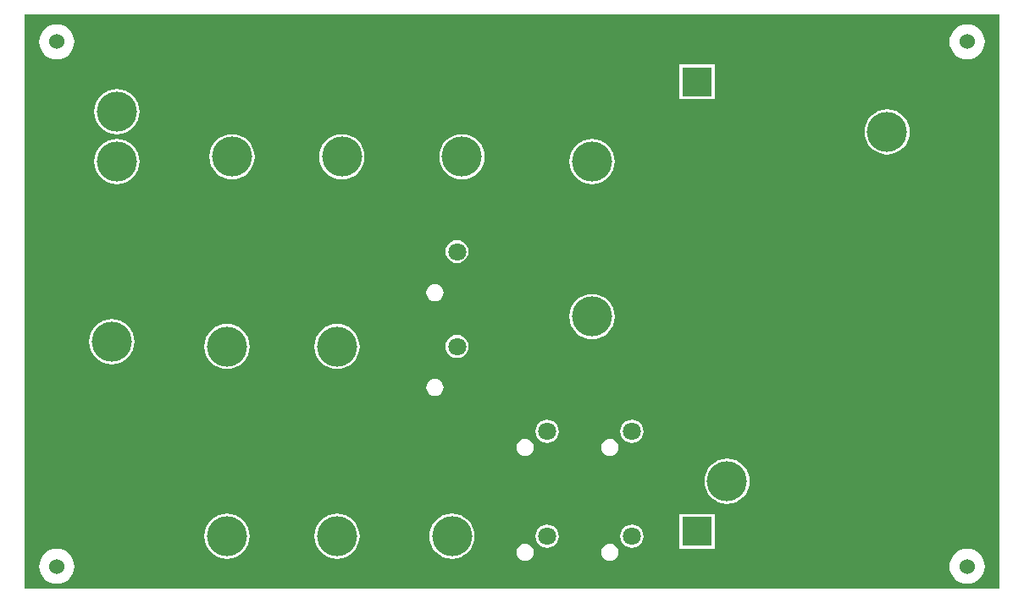
<source format=gbl>
G04 Layer_Physical_Order=2*
G04 Layer_Color=11436288*
%FSLAX24Y24*%
%MOIN*%
G70*
G01*
G75*
%ADD16C,0.1575*%
%ADD17C,0.0600*%
%ADD18C,0.0709*%
%ADD19R,0.1181X0.1181*%
G36*
X48126Y37504D02*
X9748D01*
Y60134D01*
X48126D01*
Y37504D01*
D02*
G37*
%LPC*%
G36*
X37402Y42624D02*
X37228Y42607D01*
X37060Y42556D01*
X36906Y42474D01*
X36771Y42363D01*
X36660Y42228D01*
X36578Y42074D01*
X36527Y41906D01*
X36510Y41732D01*
X36527Y41558D01*
X36578Y41391D01*
X36660Y41237D01*
X36771Y41102D01*
X36906Y40991D01*
X37060Y40908D01*
X37228Y40858D01*
X37402Y40841D01*
X37576Y40858D01*
X37743Y40908D01*
X37897Y40991D01*
X38032Y41102D01*
X38143Y41237D01*
X38225Y41391D01*
X38276Y41558D01*
X38293Y41732D01*
X38276Y41906D01*
X38225Y42074D01*
X38143Y42228D01*
X38032Y42363D01*
X37897Y42474D01*
X37743Y42556D01*
X37576Y42607D01*
X37402Y42624D01*
D02*
G37*
G36*
X29449Y43410D02*
X29361Y43398D01*
X29279Y43365D01*
X29209Y43311D01*
X29155Y43240D01*
X29121Y43159D01*
X29110Y43071D01*
X29121Y42983D01*
X29155Y42901D01*
X29209Y42831D01*
X29279Y42777D01*
X29361Y42743D01*
X29449Y42732D01*
X29537Y42743D01*
X29618Y42777D01*
X29689Y42831D01*
X29743Y42901D01*
X29776Y42983D01*
X29788Y43071D01*
X29776Y43159D01*
X29743Y43240D01*
X29689Y43311D01*
X29618Y43365D01*
X29537Y43398D01*
X29449Y43410D01*
D02*
G37*
G36*
X30315Y40025D02*
X30196Y40010D01*
X30086Y39964D01*
X29991Y39891D01*
X29918Y39796D01*
X29872Y39686D01*
X29857Y39567D01*
X29872Y39448D01*
X29918Y39338D01*
X29991Y39243D01*
X30086Y39170D01*
X30196Y39124D01*
X30315Y39109D01*
X30434Y39124D01*
X30544Y39170D01*
X30639Y39243D01*
X30712Y39338D01*
X30758Y39448D01*
X30773Y39567D01*
X30758Y39686D01*
X30712Y39796D01*
X30639Y39891D01*
X30544Y39964D01*
X30434Y40010D01*
X30315Y40025D01*
D02*
G37*
G36*
X33661D02*
X33543Y40010D01*
X33432Y39964D01*
X33337Y39891D01*
X33265Y39796D01*
X33219Y39686D01*
X33203Y39567D01*
X33219Y39448D01*
X33265Y39338D01*
X33337Y39243D01*
X33432Y39170D01*
X33543Y39124D01*
X33661Y39109D01*
X33780Y39124D01*
X33891Y39170D01*
X33985Y39243D01*
X34058Y39338D01*
X34104Y39448D01*
X34120Y39567D01*
X34104Y39686D01*
X34058Y39796D01*
X33985Y39891D01*
X33891Y39964D01*
X33780Y40010D01*
X33661Y40025D01*
D02*
G37*
G36*
Y44159D02*
X33543Y44143D01*
X33432Y44098D01*
X33337Y44025D01*
X33265Y43930D01*
X33219Y43819D01*
X33203Y43701D01*
X33219Y43582D01*
X33265Y43472D01*
X33337Y43377D01*
X33432Y43304D01*
X33543Y43258D01*
X33661Y43243D01*
X33780Y43258D01*
X33891Y43304D01*
X33985Y43377D01*
X34058Y43472D01*
X34104Y43582D01*
X34120Y43701D01*
X34104Y43819D01*
X34058Y43930D01*
X33985Y44025D01*
X33891Y44098D01*
X33780Y44143D01*
X33661Y44159D01*
D02*
G37*
G36*
X25906Y45772D02*
X25818Y45761D01*
X25736Y45727D01*
X25666Y45673D01*
X25612Y45603D01*
X25578Y45521D01*
X25566Y45433D01*
X25578Y45345D01*
X25612Y45264D01*
X25666Y45193D01*
X25736Y45139D01*
X25818Y45106D01*
X25906Y45094D01*
X25993Y45106D01*
X26075Y45139D01*
X26145Y45193D01*
X26199Y45264D01*
X26233Y45345D01*
X26245Y45433D01*
X26233Y45521D01*
X26199Y45603D01*
X26145Y45673D01*
X26075Y45727D01*
X25993Y45761D01*
X25906Y45772D01*
D02*
G37*
G36*
X32795Y43410D02*
X32708Y43398D01*
X32626Y43365D01*
X32555Y43311D01*
X32502Y43240D01*
X32468Y43159D01*
X32456Y43071D01*
X32468Y42983D01*
X32502Y42901D01*
X32555Y42831D01*
X32626Y42777D01*
X32708Y42743D01*
X32795Y42732D01*
X32883Y42743D01*
X32965Y42777D01*
X33035Y42831D01*
X33089Y42901D01*
X33123Y42983D01*
X33134Y43071D01*
X33123Y43159D01*
X33089Y43240D01*
X33035Y43311D01*
X32965Y43365D01*
X32883Y43398D01*
X32795Y43410D01*
D02*
G37*
G36*
X30315Y44159D02*
X30196Y44143D01*
X30086Y44098D01*
X29991Y44025D01*
X29918Y43930D01*
X29872Y43819D01*
X29857Y43701D01*
X29872Y43582D01*
X29918Y43472D01*
X29991Y43377D01*
X30086Y43304D01*
X30196Y43258D01*
X30315Y43243D01*
X30434Y43258D01*
X30544Y43304D01*
X30639Y43377D01*
X30712Y43472D01*
X30758Y43582D01*
X30773Y43701D01*
X30758Y43819D01*
X30712Y43930D01*
X30639Y44025D01*
X30544Y44098D01*
X30434Y44143D01*
X30315Y44159D01*
D02*
G37*
G36*
X29449Y39276D02*
X29361Y39265D01*
X29279Y39231D01*
X29209Y39177D01*
X29155Y39107D01*
X29121Y39025D01*
X29110Y38937D01*
X29121Y38849D01*
X29155Y38767D01*
X29209Y38697D01*
X29279Y38643D01*
X29361Y38609D01*
X29449Y38598D01*
X29537Y38609D01*
X29618Y38643D01*
X29689Y38697D01*
X29743Y38767D01*
X29776Y38849D01*
X29788Y38937D01*
X29776Y39025D01*
X29743Y39107D01*
X29689Y39177D01*
X29618Y39231D01*
X29537Y39265D01*
X29449Y39276D01*
D02*
G37*
G36*
X32795D02*
X32708Y39265D01*
X32626Y39231D01*
X32555Y39177D01*
X32502Y39107D01*
X32468Y39025D01*
X32456Y38937D01*
X32468Y38849D01*
X32502Y38767D01*
X32555Y38697D01*
X32626Y38643D01*
X32708Y38609D01*
X32795Y38598D01*
X32883Y38609D01*
X32965Y38643D01*
X33035Y38697D01*
X33089Y38767D01*
X33123Y38849D01*
X33134Y38937D01*
X33123Y39025D01*
X33089Y39107D01*
X33035Y39177D01*
X32965Y39231D01*
X32883Y39265D01*
X32795Y39276D01*
D02*
G37*
G36*
X11024Y39080D02*
X10888Y39066D01*
X10758Y39027D01*
X10638Y38963D01*
X10533Y38876D01*
X10447Y38771D01*
X10383Y38651D01*
X10343Y38521D01*
X10330Y38386D01*
X10343Y38250D01*
X10383Y38120D01*
X10447Y38000D01*
X10533Y37895D01*
X10638Y37809D01*
X10758Y37745D01*
X10888Y37705D01*
X11024Y37692D01*
X11159Y37705D01*
X11289Y37745D01*
X11409Y37809D01*
X11514Y37895D01*
X11601Y38000D01*
X11665Y38120D01*
X11704Y38250D01*
X11718Y38386D01*
X11704Y38521D01*
X11665Y38651D01*
X11601Y38771D01*
X11514Y38876D01*
X11409Y38963D01*
X11289Y39027D01*
X11159Y39066D01*
X11024Y39080D01*
D02*
G37*
G36*
X46850D02*
X46715Y39066D01*
X46585Y39027D01*
X46465Y38963D01*
X46360Y38876D01*
X46273Y38771D01*
X46209Y38651D01*
X46170Y38521D01*
X46157Y38386D01*
X46170Y38250D01*
X46209Y38120D01*
X46273Y38000D01*
X46360Y37895D01*
X46465Y37809D01*
X46585Y37745D01*
X46715Y37705D01*
X46850Y37692D01*
X46986Y37705D01*
X47116Y37745D01*
X47236Y37809D01*
X47341Y37895D01*
X47427Y38000D01*
X47491Y38120D01*
X47531Y38250D01*
X47544Y38386D01*
X47531Y38521D01*
X47491Y38651D01*
X47427Y38771D01*
X47341Y38876D01*
X47236Y38963D01*
X47116Y39027D01*
X46986Y39066D01*
X46850Y39080D01*
D02*
G37*
G36*
X26575Y40459D02*
X26401Y40441D01*
X26234Y40391D01*
X26079Y40308D01*
X25944Y40197D01*
X25833Y40062D01*
X25751Y39908D01*
X25700Y39741D01*
X25683Y39567D01*
X25700Y39393D01*
X25751Y39226D01*
X25833Y39072D01*
X25944Y38936D01*
X26079Y38826D01*
X26234Y38743D01*
X26401Y38692D01*
X26575Y38675D01*
X26749Y38692D01*
X26916Y38743D01*
X27070Y38826D01*
X27205Y38936D01*
X27316Y39072D01*
X27399Y39226D01*
X27449Y39393D01*
X27466Y39567D01*
X27449Y39741D01*
X27399Y39908D01*
X27316Y40062D01*
X27205Y40197D01*
X27070Y40308D01*
X26916Y40391D01*
X26749Y40441D01*
X26575Y40459D01*
D02*
G37*
G36*
X36911Y40454D02*
X35530D01*
Y39073D01*
X36911D01*
Y40454D01*
D02*
G37*
G36*
X17717Y40459D02*
X17543Y40441D01*
X17375Y40391D01*
X17221Y40308D01*
X17086Y40197D01*
X16975Y40062D01*
X16893Y39908D01*
X16842Y39741D01*
X16825Y39567D01*
X16842Y39393D01*
X16893Y39226D01*
X16975Y39072D01*
X17086Y38936D01*
X17221Y38826D01*
X17375Y38743D01*
X17543Y38692D01*
X17717Y38675D01*
X17890Y38692D01*
X18058Y38743D01*
X18212Y38826D01*
X18347Y38936D01*
X18458Y39072D01*
X18540Y39226D01*
X18591Y39393D01*
X18608Y39567D01*
X18591Y39741D01*
X18540Y39908D01*
X18458Y40062D01*
X18347Y40197D01*
X18212Y40308D01*
X18058Y40391D01*
X17890Y40441D01*
X17717Y40459D01*
D02*
G37*
G36*
X22047D02*
X21873Y40441D01*
X21706Y40391D01*
X21552Y40308D01*
X21417Y40197D01*
X21306Y40062D01*
X21223Y39908D01*
X21173Y39741D01*
X21156Y39567D01*
X21173Y39393D01*
X21223Y39226D01*
X21306Y39072D01*
X21417Y38936D01*
X21552Y38826D01*
X21706Y38743D01*
X21873Y38692D01*
X22047Y38675D01*
X22221Y38692D01*
X22388Y38743D01*
X22543Y38826D01*
X22678Y38936D01*
X22789Y39072D01*
X22871Y39226D01*
X22922Y39393D01*
X22939Y39567D01*
X22922Y39741D01*
X22871Y39908D01*
X22789Y40062D01*
X22678Y40197D01*
X22543Y40308D01*
X22388Y40391D01*
X22221Y40441D01*
X22047Y40459D01*
D02*
G37*
G36*
X26969Y55419D02*
X26795Y55402D01*
X26627Y55351D01*
X26473Y55269D01*
X26338Y55158D01*
X26227Y55023D01*
X26145Y54869D01*
X26094Y54702D01*
X26077Y54528D01*
X26094Y54354D01*
X26145Y54186D01*
X26227Y54032D01*
X26338Y53897D01*
X26473Y53786D01*
X26627Y53704D01*
X26795Y53653D01*
X26969Y53636D01*
X27142Y53653D01*
X27310Y53704D01*
X27464Y53786D01*
X27599Y53897D01*
X27710Y54032D01*
X27792Y54186D01*
X27843Y54354D01*
X27860Y54528D01*
X27843Y54702D01*
X27792Y54869D01*
X27710Y55023D01*
X27599Y55158D01*
X27464Y55269D01*
X27310Y55351D01*
X27142Y55402D01*
X26969Y55419D01*
D02*
G37*
G36*
X43701Y56404D02*
X43527Y56386D01*
X43360Y56336D01*
X43205Y56253D01*
X43070Y56142D01*
X42959Y56007D01*
X42877Y55853D01*
X42826Y55686D01*
X42809Y55512D01*
X42826Y55338D01*
X42877Y55171D01*
X42959Y55016D01*
X43070Y54881D01*
X43205Y54770D01*
X43360Y54688D01*
X43527Y54637D01*
X43701Y54620D01*
X43875Y54637D01*
X44042Y54688D01*
X44196Y54770D01*
X44331Y54881D01*
X44442Y55016D01*
X44525Y55171D01*
X44575Y55338D01*
X44592Y55512D01*
X44575Y55686D01*
X44525Y55853D01*
X44442Y56007D01*
X44331Y56142D01*
X44196Y56253D01*
X44042Y56336D01*
X43875Y56386D01*
X43701Y56404D01*
D02*
G37*
G36*
X17913Y55419D02*
X17739Y55402D01*
X17572Y55351D01*
X17418Y55269D01*
X17283Y55158D01*
X17172Y55023D01*
X17090Y54869D01*
X17039Y54702D01*
X17022Y54528D01*
X17039Y54354D01*
X17090Y54186D01*
X17172Y54032D01*
X17283Y53897D01*
X17418Y53786D01*
X17572Y53704D01*
X17739Y53653D01*
X17913Y53636D01*
X18087Y53653D01*
X18255Y53704D01*
X18409Y53786D01*
X18544Y53897D01*
X18655Y54032D01*
X18737Y54186D01*
X18788Y54354D01*
X18805Y54528D01*
X18788Y54702D01*
X18737Y54869D01*
X18655Y55023D01*
X18544Y55158D01*
X18409Y55269D01*
X18255Y55351D01*
X18087Y55402D01*
X17913Y55419D01*
D02*
G37*
G36*
X22244D02*
X22070Y55402D01*
X21903Y55351D01*
X21749Y55269D01*
X21614Y55158D01*
X21503Y55023D01*
X21420Y54869D01*
X21370Y54702D01*
X21352Y54528D01*
X21370Y54354D01*
X21420Y54186D01*
X21503Y54032D01*
X21614Y53897D01*
X21749Y53786D01*
X21903Y53704D01*
X22070Y53653D01*
X22244Y53636D01*
X22418Y53653D01*
X22585Y53704D01*
X22739Y53786D01*
X22875Y53897D01*
X22986Y54032D01*
X23068Y54186D01*
X23119Y54354D01*
X23136Y54528D01*
X23119Y54702D01*
X23068Y54869D01*
X22986Y55023D01*
X22875Y55158D01*
X22739Y55269D01*
X22585Y55351D01*
X22418Y55402D01*
X22244Y55419D01*
D02*
G37*
G36*
X11024Y59749D02*
X10888Y59736D01*
X10758Y59696D01*
X10638Y59632D01*
X10533Y59546D01*
X10447Y59441D01*
X10383Y59321D01*
X10343Y59190D01*
X10330Y59055D01*
X10343Y58920D01*
X10383Y58790D01*
X10447Y58670D01*
X10533Y58564D01*
X10638Y58478D01*
X10758Y58414D01*
X10888Y58375D01*
X11024Y58361D01*
X11159Y58375D01*
X11289Y58414D01*
X11409Y58478D01*
X11514Y58564D01*
X11601Y58670D01*
X11665Y58790D01*
X11704Y58920D01*
X11718Y59055D01*
X11704Y59190D01*
X11665Y59321D01*
X11601Y59441D01*
X11514Y59546D01*
X11409Y59632D01*
X11289Y59696D01*
X11159Y59736D01*
X11024Y59749D01*
D02*
G37*
G36*
X46850D02*
X46715Y59736D01*
X46585Y59696D01*
X46465Y59632D01*
X46360Y59546D01*
X46273Y59441D01*
X46209Y59321D01*
X46170Y59190D01*
X46157Y59055D01*
X46170Y58920D01*
X46209Y58790D01*
X46273Y58670D01*
X46360Y58564D01*
X46465Y58478D01*
X46585Y58414D01*
X46715Y58375D01*
X46850Y58361D01*
X46986Y58375D01*
X47116Y58414D01*
X47236Y58478D01*
X47341Y58564D01*
X47427Y58670D01*
X47491Y58790D01*
X47531Y58920D01*
X47544Y59055D01*
X47531Y59190D01*
X47491Y59321D01*
X47427Y59441D01*
X47341Y59546D01*
X47236Y59632D01*
X47116Y59696D01*
X46986Y59736D01*
X46850Y59749D01*
D02*
G37*
G36*
X13386Y57191D02*
X13212Y57174D01*
X13045Y57123D01*
X12890Y57041D01*
X12755Y56930D01*
X12644Y56795D01*
X12562Y56640D01*
X12511Y56473D01*
X12494Y56299D01*
X12511Y56125D01*
X12562Y55958D01*
X12644Y55804D01*
X12755Y55669D01*
X12890Y55558D01*
X13045Y55475D01*
X13212Y55425D01*
X13386Y55408D01*
X13560Y55425D01*
X13727Y55475D01*
X13881Y55558D01*
X14016Y55669D01*
X14127Y55804D01*
X14210Y55958D01*
X14260Y56125D01*
X14278Y56299D01*
X14260Y56473D01*
X14210Y56640D01*
X14127Y56795D01*
X14016Y56930D01*
X13881Y57041D01*
X13727Y57123D01*
X13560Y57174D01*
X13386Y57191D01*
D02*
G37*
G36*
X36911Y58171D02*
X35530D01*
Y56790D01*
X36911D01*
Y58171D01*
D02*
G37*
G36*
X32087Y55222D02*
X31913Y55205D01*
X31745Y55155D01*
X31591Y55072D01*
X31456Y54961D01*
X31345Y54826D01*
X31263Y54672D01*
X31212Y54505D01*
X31195Y54331D01*
X31212Y54157D01*
X31263Y53989D01*
X31345Y53835D01*
X31456Y53700D01*
X31591Y53589D01*
X31745Y53507D01*
X31913Y53456D01*
X32087Y53439D01*
X32261Y53456D01*
X32428Y53507D01*
X32582Y53589D01*
X32717Y53700D01*
X32828Y53835D01*
X32910Y53989D01*
X32961Y54157D01*
X32978Y54331D01*
X32961Y54505D01*
X32910Y54672D01*
X32828Y54826D01*
X32717Y54961D01*
X32582Y55072D01*
X32428Y55155D01*
X32261Y55205D01*
X32087Y55222D01*
D02*
G37*
G36*
X13189Y48136D02*
X13015Y48119D01*
X12848Y48068D01*
X12694Y47986D01*
X12558Y47875D01*
X12448Y47739D01*
X12365Y47585D01*
X12314Y47418D01*
X12297Y47244D01*
X12314Y47070D01*
X12365Y46903D01*
X12448Y46749D01*
X12558Y46614D01*
X12694Y46503D01*
X12848Y46420D01*
X13015Y46370D01*
X13189Y46352D01*
X13363Y46370D01*
X13530Y46420D01*
X13684Y46503D01*
X13820Y46614D01*
X13930Y46749D01*
X14013Y46903D01*
X14064Y47070D01*
X14081Y47244D01*
X14064Y47418D01*
X14013Y47585D01*
X13930Y47739D01*
X13820Y47875D01*
X13684Y47986D01*
X13530Y48068D01*
X13363Y48119D01*
X13189Y48136D01*
D02*
G37*
G36*
X26772Y47505D02*
X26653Y47490D01*
X26543Y47444D01*
X26448Y47371D01*
X26375Y47276D01*
X26329Y47166D01*
X26313Y47047D01*
X26329Y46929D01*
X26375Y46818D01*
X26448Y46723D01*
X26543Y46650D01*
X26653Y46605D01*
X26772Y46589D01*
X26890Y46605D01*
X27001Y46650D01*
X27096Y46723D01*
X27169Y46818D01*
X27214Y46929D01*
X27230Y47047D01*
X27214Y47166D01*
X27169Y47276D01*
X27096Y47371D01*
X27001Y47444D01*
X26890Y47490D01*
X26772Y47505D01*
D02*
G37*
G36*
X17717Y47939D02*
X17543Y47922D01*
X17375Y47871D01*
X17221Y47789D01*
X17086Y47678D01*
X16975Y47543D01*
X16893Y47388D01*
X16842Y47221D01*
X16825Y47047D01*
X16842Y46873D01*
X16893Y46706D01*
X16975Y46552D01*
X17086Y46417D01*
X17221Y46306D01*
X17375Y46223D01*
X17543Y46173D01*
X17717Y46156D01*
X17890Y46173D01*
X18058Y46223D01*
X18212Y46306D01*
X18347Y46417D01*
X18458Y46552D01*
X18540Y46706D01*
X18591Y46873D01*
X18608Y47047D01*
X18591Y47221D01*
X18540Y47388D01*
X18458Y47543D01*
X18347Y47678D01*
X18212Y47789D01*
X18058Y47871D01*
X17890Y47922D01*
X17717Y47939D01*
D02*
G37*
G36*
X22047D02*
X21873Y47922D01*
X21706Y47871D01*
X21552Y47789D01*
X21417Y47678D01*
X21306Y47543D01*
X21223Y47388D01*
X21173Y47221D01*
X21156Y47047D01*
X21173Y46873D01*
X21223Y46706D01*
X21306Y46552D01*
X21417Y46417D01*
X21552Y46306D01*
X21706Y46223D01*
X21873Y46173D01*
X22047Y46156D01*
X22221Y46173D01*
X22388Y46223D01*
X22543Y46306D01*
X22678Y46417D01*
X22789Y46552D01*
X22871Y46706D01*
X22922Y46873D01*
X22939Y47047D01*
X22922Y47221D01*
X22871Y47388D01*
X22789Y47543D01*
X22678Y47678D01*
X22543Y47789D01*
X22388Y47871D01*
X22221Y47922D01*
X22047Y47939D01*
D02*
G37*
G36*
X26772Y51246D02*
X26653Y51230D01*
X26543Y51184D01*
X26448Y51111D01*
X26375Y51017D01*
X26329Y50906D01*
X26313Y50787D01*
X26329Y50669D01*
X26375Y50558D01*
X26448Y50463D01*
X26543Y50391D01*
X26653Y50345D01*
X26772Y50329D01*
X26890Y50345D01*
X27001Y50391D01*
X27096Y50463D01*
X27169Y50558D01*
X27214Y50669D01*
X27230Y50787D01*
X27214Y50906D01*
X27169Y51017D01*
X27096Y51111D01*
X27001Y51184D01*
X26890Y51230D01*
X26772Y51246D01*
D02*
G37*
G36*
X13386Y55222D02*
X13212Y55205D01*
X13045Y55155D01*
X12890Y55072D01*
X12755Y54961D01*
X12644Y54826D01*
X12562Y54672D01*
X12511Y54505D01*
X12494Y54331D01*
X12511Y54157D01*
X12562Y53989D01*
X12644Y53835D01*
X12755Y53700D01*
X12890Y53589D01*
X13045Y53507D01*
X13212Y53456D01*
X13386Y53439D01*
X13560Y53456D01*
X13727Y53507D01*
X13881Y53589D01*
X14016Y53700D01*
X14127Y53835D01*
X14210Y53989D01*
X14260Y54157D01*
X14278Y54331D01*
X14260Y54505D01*
X14210Y54672D01*
X14127Y54826D01*
X14016Y54961D01*
X13881Y55072D01*
X13727Y55155D01*
X13560Y55205D01*
X13386Y55222D01*
D02*
G37*
G36*
X32087Y49120D02*
X31913Y49103D01*
X31745Y49052D01*
X31591Y48970D01*
X31456Y48859D01*
X31345Y48724D01*
X31263Y48570D01*
X31212Y48402D01*
X31195Y48228D01*
X31212Y48054D01*
X31263Y47887D01*
X31345Y47733D01*
X31456Y47598D01*
X31591Y47487D01*
X31745Y47405D01*
X31913Y47354D01*
X32087Y47337D01*
X32261Y47354D01*
X32428Y47405D01*
X32582Y47487D01*
X32717Y47598D01*
X32828Y47733D01*
X32910Y47887D01*
X32961Y48054D01*
X32978Y48228D01*
X32961Y48402D01*
X32910Y48570D01*
X32828Y48724D01*
X32717Y48859D01*
X32582Y48970D01*
X32428Y49052D01*
X32261Y49103D01*
X32087Y49120D01*
D02*
G37*
G36*
X25906Y49512D02*
X25818Y49501D01*
X25736Y49467D01*
X25666Y49413D01*
X25612Y49343D01*
X25578Y49261D01*
X25566Y49173D01*
X25578Y49085D01*
X25612Y49004D01*
X25666Y48933D01*
X25736Y48880D01*
X25818Y48846D01*
X25906Y48834D01*
X25993Y48846D01*
X26075Y48880D01*
X26145Y48933D01*
X26199Y49004D01*
X26233Y49085D01*
X26245Y49173D01*
X26233Y49261D01*
X26199Y49343D01*
X26145Y49413D01*
X26075Y49467D01*
X25993Y49501D01*
X25906Y49512D01*
D02*
G37*
%LPD*%
D16*
X13386Y41535D02*
D03*
Y39567D02*
D03*
Y56299D02*
D03*
Y54331D02*
D03*
X37402Y41732D02*
D03*
X43701Y55512D02*
D03*
X32087Y56299D02*
D03*
Y54331D02*
D03*
Y50197D02*
D03*
Y48228D02*
D03*
X13189Y49213D02*
D03*
Y47244D02*
D03*
X17717Y49016D02*
D03*
Y47047D02*
D03*
X22047Y49016D02*
D03*
Y47047D02*
D03*
X26969Y56496D02*
D03*
Y54528D02*
D03*
X26575Y41535D02*
D03*
Y39567D02*
D03*
X22244Y56496D02*
D03*
Y54528D02*
D03*
X22047Y41535D02*
D03*
Y39567D02*
D03*
X17717Y41535D02*
D03*
Y39567D02*
D03*
X17913Y56496D02*
D03*
Y54528D02*
D03*
D17*
X11024Y59055D02*
D03*
Y38386D02*
D03*
X46850D02*
D03*
Y59055D02*
D03*
D18*
X33661Y40551D02*
D03*
Y39567D02*
D03*
X30315Y40551D02*
D03*
Y39567D02*
D03*
X33661Y44685D02*
D03*
Y43701D02*
D03*
X30315Y44685D02*
D03*
Y43701D02*
D03*
X26772Y50787D02*
D03*
Y49803D02*
D03*
Y47047D02*
D03*
Y46063D02*
D03*
D19*
X36220Y39764D02*
D03*
X44882D02*
D03*
X36220Y57480D02*
D03*
X44882D02*
D03*
M02*

</source>
